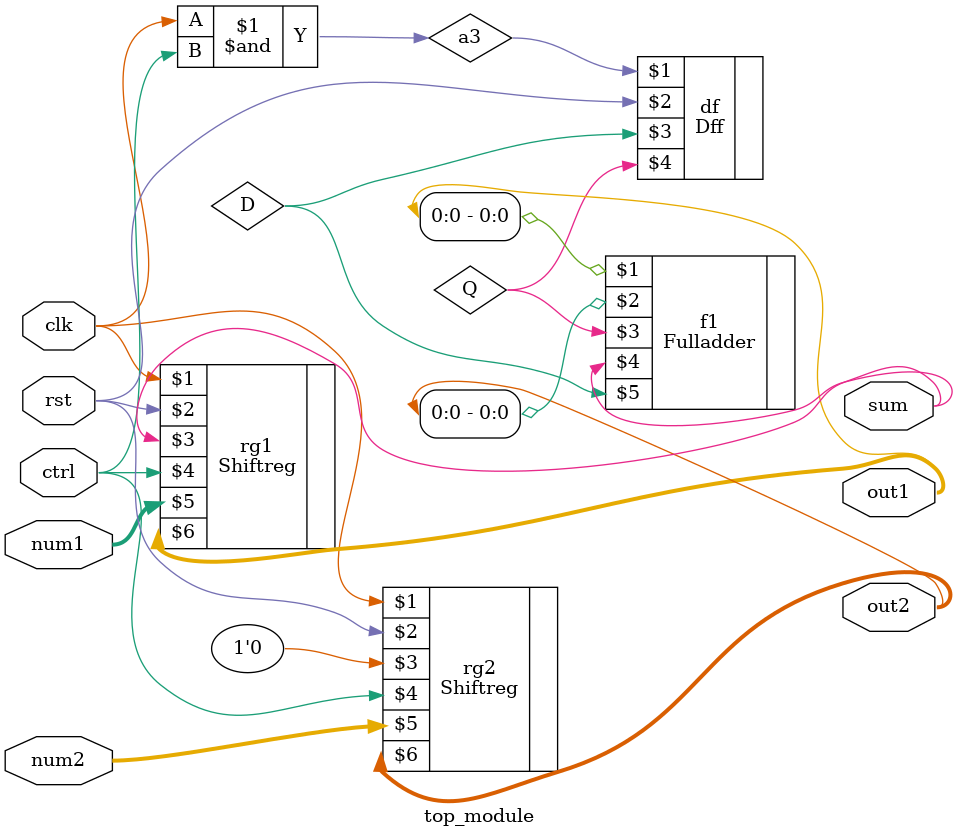
<source format=v>
`include "Dff.v"
`include "FullAdder.v"
`include "ShiftReg.v"

module top_module(
    input wire clk,
    input wire rst,
    input wire ctrl,
    input wire [3:0] num1,
    input wire [3:0] num2,
    output wire [3:0] out1,
    output wire [3:0] out2,
    output wire sum
);

    wire a3;
    wire D, Q;

    // Generate clock control signal
    and(a3, clk, ctrl);

    // Instantiate D flip-flop, Shift registers, and Full adder
    Dff df(a3, rst, D, Q);
    Shiftreg rg1(clk, rst, sum, ctrl, num1, out1);
    Shiftreg rg2(clk, rst, 1'b0, ctrl, num2, out2);
    Fulladder f1(out1[0], out2[0], Q, sum, D);

endmodule

</source>
